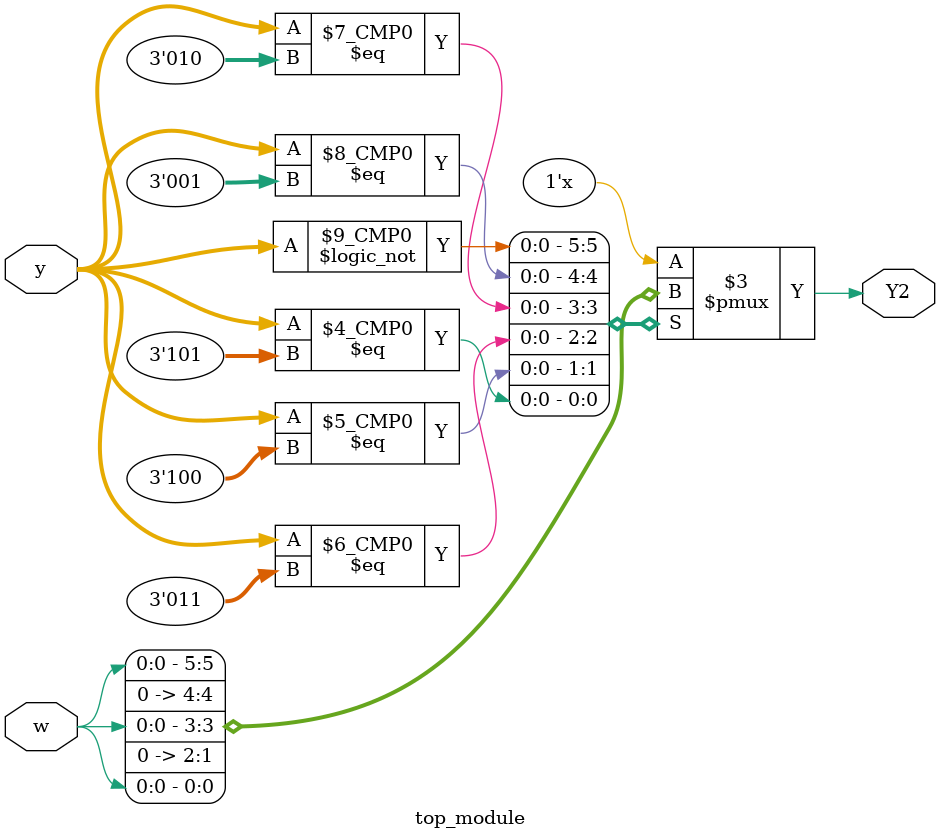
<source format=sv>
module top_module(
    input [3:1] y,
    input w,
    output reg Y2
);

always @(*) begin
    case (y)
        3'b000: Y2 = w;
        3'b001: Y2 = 1'b0;
        3'b010: Y2 = w;
        3'b011: Y2 = 1'b0;
        3'b100: Y2 = 1'b0;
        3'b101: Y2 = w;
    endcase
end

endmodule

</source>
